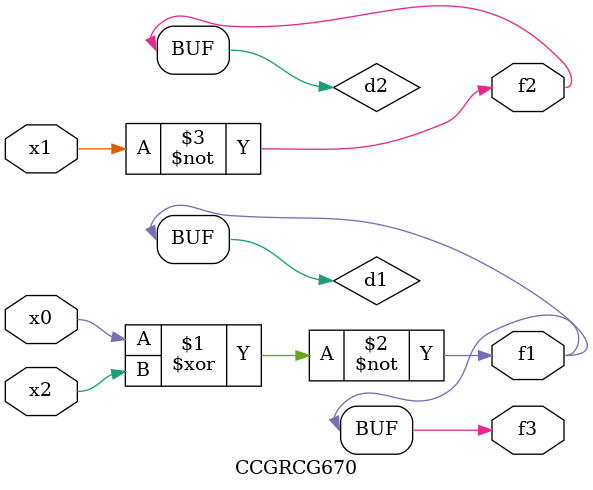
<source format=v>
module CCGRCG670(
	input x0, x1, x2,
	output f1, f2, f3
);

	wire d1, d2, d3;

	xnor (d1, x0, x2);
	nand (d2, x1);
	nor (d3, x1, x2);
	assign f1 = d1;
	assign f2 = d2;
	assign f3 = d1;
endmodule

</source>
